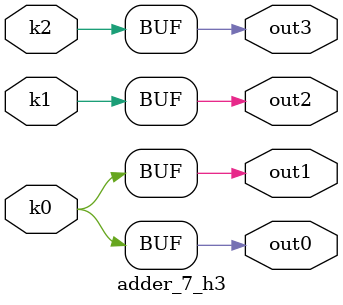
<source format=v>
module adder_7(pi0, pi1, pi2, pi3, pi4, pi5, pi6, po0, po1, po2, po3);
input pi0, pi1, pi2, pi3, pi4, pi5, pi6;
output po0, po1, po2, po3;
wire k0, k1, k2;
adder_7_w3 DUT1 (pi0, pi1, pi2, pi3, pi4, pi5, pi6, k0, k1, k2);
adder_7_h3 DUT2 (k0, k1, k2, po0, po1, po2, po3);
endmodule

module adder_7_w3(in0, in1, in2, in3, in4, in5, in6, k0, k1, k2);
input in0, in1, in2, in3, in4, in5, in6;
output k0, k1, k2;
assign k0 =   ((~in4 ^ in1) & ((((in6 & (in3 | ~in0)) | (in3 & ~in0)) & (in5 | in2)) | (in5 & in2))) | (((~in3 & in0) | (~in6 & (~in3 | in0))) & (~in5 | ~in2) & (in4 ^ in1)) | (~in5 & ~in2 & (in4 ^ in1));
assign k1 =   ((~in5 ^ in2) & ((in6 & (in3 | ~in0)) | (in3 & ~in0))) | (((~in3 & in0) | (~in6 & (~in3 | in0))) & (in5 ^ in2));
assign k2 =   in6 ? (in3 ^ in0) : (~in3 ^ in0);
endmodule

module adder_7_h3(k0, k1, k2, out0, out1, out2, out3);
input k0, k1, k2;
output out0, out1, out2, out3;
assign out0 = k0;
assign out1 = k0;
assign out2 = k1;
assign out3 = k2;
endmodule

</source>
